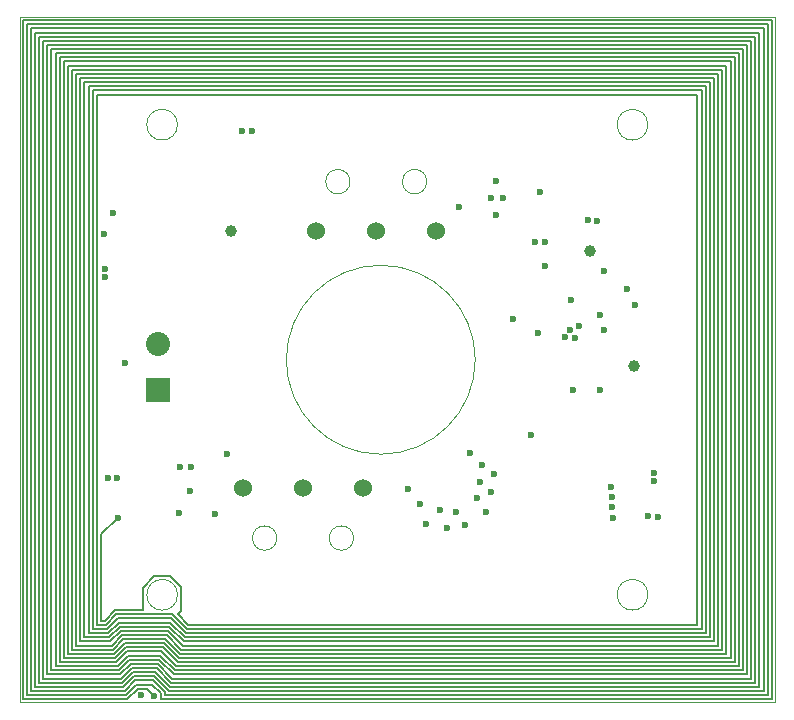
<source format=gbr>
%TF.GenerationSoftware,KiCad,Pcbnew,(5.1.5)-3*%
%TF.CreationDate,2020-08-29T16:52:29-07:00*%
%TF.ProjectId,ypanel,7970616e-656c-42e6-9b69-6361645f7063,rev?*%
%TF.SameCoordinates,Original*%
%TF.FileFunction,Copper,L4,Inr*%
%TF.FilePolarity,Positive*%
%FSLAX46Y46*%
G04 Gerber Fmt 4.6, Leading zero omitted, Abs format (unit mm)*
G04 Created by KiCad (PCBNEW (5.1.5)-3) date 2020-08-29 16:52:29*
%MOMM*%
%LPD*%
G04 APERTURE LIST*
%ADD10C,0.100000*%
%ADD11C,0.050000*%
%ADD12C,2.032000*%
%ADD13R,2.032000X2.032000*%
%ADD14C,1.000000*%
%ADD15C,1.524000*%
%ADD16C,0.600000*%
%ADD17C,0.190000*%
G04 APERTURE END LIST*
D10*
X151587000Y-99000001D02*
G75*
G03X151587000Y-99000001I-8000000J0D01*
G01*
X134779564Y-114100000D02*
G75*
G03X134779564Y-114100000I-1029564J0D01*
G01*
X141279564Y-114100000D02*
G75*
G03X141279564Y-114100000I-1029564J0D01*
G01*
X126375000Y-118900000D02*
G75*
G03X126375000Y-118900000I-1300000J0D01*
G01*
X140979564Y-83920436D02*
G75*
G03X140979564Y-83920436I-1029564J0D01*
G01*
X147479564Y-83920436D02*
G75*
G03X147479564Y-83920436I-1029564J0D01*
G01*
X176975000Y-70000000D02*
X176975000Y-128000000D01*
X166200000Y-118900000D02*
G75*
G03X166200000Y-118900000I-1300000J0D01*
G01*
D11*
X126372800Y-79100000D02*
G75*
G03X126372800Y-79100000I-1300000J0D01*
G01*
D10*
X166195000Y-79102480D02*
G75*
G03X166195000Y-79102480I-1300000J0D01*
G01*
X176975000Y-70000000D02*
X113000000Y-70000000D01*
X113000000Y-128000000D02*
X176975000Y-128000000D01*
X113000000Y-70000000D02*
X113000000Y-128000000D01*
D12*
X124764800Y-97691060D03*
D13*
X124764800Y-101546660D03*
D14*
X161267720Y-89773460D03*
X130873500Y-88138000D03*
X165036500Y-99568000D03*
D15*
X142080000Y-109900000D03*
X137000000Y-109900000D03*
X131920000Y-109900000D03*
X148300000Y-88100000D03*
X143200000Y-88100000D03*
X138100000Y-88100000D03*
D16*
X150197820Y-86072980D03*
X159634500Y-96507000D03*
X160350000Y-96150000D03*
X159200000Y-97050000D03*
X160050000Y-97150000D03*
X163220400Y-112369600D03*
X165100000Y-94350000D03*
X121900000Y-99250000D03*
X130558000Y-106991000D03*
X131800000Y-79600000D03*
X132650000Y-79600000D03*
X120200000Y-91300000D03*
X120200000Y-92000000D03*
X120500000Y-109000000D03*
X121250000Y-109000000D03*
X152146000Y-107950000D03*
X145923000Y-109982000D03*
X146939000Y-111252000D03*
X149987000Y-111887000D03*
X150749000Y-113030000D03*
X151765000Y-110744000D03*
X152527000Y-111887000D03*
X152019000Y-109347000D03*
X148590000Y-111760000D03*
X151130000Y-106934000D03*
X149225000Y-113284000D03*
X147447000Y-112903000D03*
X152908000Y-110236000D03*
X153162000Y-108712000D03*
X126492000Y-112014000D03*
X127532575Y-108101584D03*
X162149946Y-95220946D03*
X159829500Y-101536494D03*
X157483120Y-91084100D03*
X163200000Y-111500000D03*
X156301440Y-105384600D03*
X126600000Y-108077020D03*
X157050000Y-84800000D03*
X156876844Y-96740660D03*
X162450000Y-91500000D03*
X154750000Y-95550000D03*
X163200000Y-110650000D03*
X129550000Y-112050000D03*
X127400000Y-110150000D03*
X163100000Y-109750000D03*
X166200000Y-112250000D03*
X153340597Y-83865157D03*
X161100000Y-87150000D03*
X166700000Y-109300000D03*
X166700000Y-108550000D03*
X161870307Y-87229693D03*
X167100000Y-112300000D03*
X153339000Y-86767200D03*
X124400000Y-127450000D03*
X123250000Y-127400000D03*
X121300000Y-112395000D03*
X120142000Y-88392000D03*
X120950000Y-86550000D03*
X152894500Y-85332100D03*
X153897800Y-85332100D03*
X162115500Y-101600000D03*
X162496500Y-96520000D03*
X159670844Y-93971156D03*
X164401500Y-93027500D03*
X156641703Y-89002155D03*
X157504833Y-89002155D03*
D17*
X121450000Y-72000000D02*
X121500000Y-72000000D01*
X129550000Y-73050000D02*
X129650000Y-73050000D01*
X120650000Y-72700000D02*
X120800000Y-72700000D01*
X119450000Y-73400000D02*
X120100000Y-73400000D01*
X129200000Y-72700000D02*
X129350000Y-72700000D01*
X129350000Y-72700000D02*
X120650000Y-72700000D01*
X119900000Y-113795000D02*
X121300000Y-112395000D01*
X119900000Y-121100000D02*
X119900000Y-113795000D01*
X123800000Y-126850000D02*
X124400000Y-127450000D01*
X123000000Y-126850000D02*
X123800000Y-126850000D01*
X122122010Y-127727990D02*
X123000000Y-126850000D01*
X113272010Y-127727990D02*
X122122010Y-127727990D01*
X113272010Y-70272010D02*
X113272010Y-127727990D01*
X176700000Y-70272010D02*
X113272010Y-70272010D01*
X176702990Y-127697010D02*
X176702990Y-126802990D01*
X122900000Y-126500000D02*
X124200000Y-126500000D01*
X124950000Y-127250000D02*
X124950000Y-127727990D01*
X122000000Y-127400000D02*
X122900000Y-126500000D01*
X113600000Y-127400000D02*
X122000000Y-127400000D01*
X176350000Y-70600000D02*
X113600000Y-70600000D01*
X114650000Y-71650000D02*
X114650000Y-126350000D01*
X176350000Y-127400000D02*
X176350000Y-70600000D01*
X125300000Y-127400000D02*
X176350000Y-127400000D01*
X124300000Y-126150000D02*
X125300000Y-127150000D01*
X122800000Y-126150000D02*
X124300000Y-126150000D01*
X176702990Y-126802990D02*
X176700000Y-126800000D01*
X113950000Y-127050000D02*
X121900000Y-127050000D01*
X113600000Y-70600000D02*
X113600000Y-127400000D01*
X113950000Y-70950000D02*
X113950000Y-127050000D01*
X125650000Y-127050000D02*
X176000000Y-127050000D01*
X124200000Y-126500000D02*
X124950000Y-127250000D01*
X125750000Y-126700000D02*
X175650000Y-126700000D01*
X114300000Y-71300000D02*
X114300000Y-126700000D01*
X175650000Y-71300000D02*
X114300000Y-71300000D01*
X121600000Y-126000000D02*
X122500000Y-125100000D01*
X175650000Y-126700000D02*
X175650000Y-71300000D01*
X175300000Y-71650000D02*
X114650000Y-71650000D01*
X124400000Y-125800000D02*
X125650000Y-127050000D01*
X176000000Y-127050000D02*
X176000000Y-70950000D01*
X176652990Y-127697010D02*
X176702990Y-127697010D01*
X121900000Y-127050000D02*
X122800000Y-126150000D01*
X125300000Y-127150000D02*
X125300000Y-127400000D01*
X121450000Y-72000000D02*
X115000000Y-72000000D01*
X124500000Y-125450000D02*
X125750000Y-126700000D01*
X124950000Y-127727990D02*
X176622010Y-127727990D01*
X122700000Y-125800000D02*
X124400000Y-125800000D01*
X122600000Y-125450000D02*
X124500000Y-125450000D01*
X121700000Y-126350000D02*
X122600000Y-125450000D01*
X114300000Y-126700000D02*
X121800000Y-126700000D01*
X124600000Y-125100000D02*
X125850000Y-126350000D01*
X176000000Y-70950000D02*
X113950000Y-70950000D01*
X176700000Y-126800000D02*
X176700000Y-70272010D01*
X114650000Y-126350000D02*
X121700000Y-126350000D01*
X175300000Y-126350000D02*
X175300000Y-71650000D01*
X176622010Y-127727990D02*
X176652990Y-127697010D01*
X122500000Y-125100000D02*
X124600000Y-125100000D01*
X121800000Y-126700000D02*
X122700000Y-125800000D01*
X115000000Y-126000000D02*
X121600000Y-126000000D01*
X115000000Y-72000000D02*
X115000000Y-126000000D01*
X125850000Y-126350000D02*
X175300000Y-126350000D01*
X174950000Y-72000000D02*
X121450000Y-72000000D01*
X125950000Y-126000000D02*
X174950000Y-126000000D01*
X124700000Y-124750000D02*
X125950000Y-126000000D01*
X122400000Y-124750000D02*
X124700000Y-124750000D01*
X126050000Y-125650000D02*
X174600000Y-125650000D01*
X115350000Y-72350000D02*
X115350000Y-125650000D01*
X174600000Y-72350000D02*
X115350000Y-72350000D01*
X174950000Y-126000000D02*
X174950000Y-72000000D01*
X124800000Y-124400000D02*
X126050000Y-125650000D01*
X115350000Y-125650000D02*
X121500000Y-125650000D01*
X121500000Y-125650000D02*
X122400000Y-124750000D01*
X174600000Y-125650000D02*
X174600000Y-72350000D01*
X121400000Y-125300000D02*
X122300000Y-124400000D01*
X120650000Y-72700000D02*
X115700000Y-72700000D01*
X115700000Y-125300000D02*
X121400000Y-125300000D01*
X115700000Y-72700000D02*
X115700000Y-125300000D01*
X122300000Y-124400000D02*
X124800000Y-124400000D01*
X120450000Y-73050000D02*
X129650000Y-73050000D01*
X116050000Y-124950000D02*
X116050000Y-73050000D01*
X121300000Y-124950000D02*
X116050000Y-124950000D01*
X122200000Y-124050000D02*
X121300000Y-124950000D01*
X124900000Y-124050000D02*
X122200000Y-124050000D01*
X126150000Y-125300000D02*
X124900000Y-124050000D01*
X116050000Y-73050000D02*
X120450000Y-73050000D01*
X129350000Y-72700000D02*
X174250000Y-72700000D01*
X174250000Y-125300000D02*
X126150000Y-125300000D01*
X174250000Y-72700000D02*
X174250000Y-125300000D01*
X116400000Y-124600000D02*
X116400000Y-73400000D01*
X122100000Y-123700000D02*
X121200000Y-124600000D01*
X125000000Y-123700000D02*
X122100000Y-123700000D01*
X173900000Y-124950000D02*
X126250000Y-124950000D01*
X126250000Y-124950000D02*
X125000000Y-123700000D01*
X116400000Y-73400000D02*
X119450000Y-73400000D01*
X173900000Y-73050000D02*
X173900000Y-124950000D01*
X121200000Y-124600000D02*
X116400000Y-124600000D01*
X129650000Y-73050000D02*
X173900000Y-73050000D01*
X173550000Y-124600000D02*
X173550000Y-73400000D01*
X116750000Y-124250000D02*
X121100000Y-124250000D01*
X121100000Y-124250000D02*
X122000000Y-123350000D01*
X116750000Y-73750000D02*
X116750000Y-124250000D01*
X173200000Y-73750000D02*
X116750000Y-73750000D01*
X173200000Y-124250000D02*
X173200000Y-73750000D01*
X125250000Y-123000000D02*
X126500000Y-124250000D01*
X121000000Y-123900000D02*
X121900000Y-123000000D01*
X117100000Y-74100000D02*
X117100000Y-123900000D01*
X126600000Y-123900000D02*
X172850000Y-123900000D01*
X125350000Y-122650000D02*
X126600000Y-123900000D01*
X117450000Y-123550000D02*
X120900000Y-123550000D01*
X172500000Y-74450000D02*
X117450000Y-74450000D01*
X172500000Y-123550000D02*
X172500000Y-74450000D01*
X126500000Y-124250000D02*
X173200000Y-124250000D01*
X126700000Y-123550000D02*
X172500000Y-123550000D01*
X121700000Y-122300000D02*
X125450000Y-122300000D01*
X120800000Y-123200000D02*
X121700000Y-122300000D01*
X122000000Y-123350000D02*
X125150000Y-123350000D01*
X126800000Y-123200000D02*
X172150000Y-123200000D01*
X117800000Y-123200000D02*
X120800000Y-123200000D01*
X125550000Y-121950000D02*
X126800000Y-123200000D01*
X121600000Y-121950000D02*
X125550000Y-121950000D01*
X118150000Y-122850000D02*
X120700000Y-122850000D01*
X120900000Y-123550000D02*
X121800000Y-122650000D01*
X127000000Y-122500000D02*
X171450000Y-122500000D01*
X118150000Y-75150000D02*
X118150000Y-122850000D01*
X126400000Y-124600000D02*
X173550000Y-124600000D01*
X171100000Y-75850000D02*
X118850000Y-75850000D01*
X171800000Y-75150000D02*
X118150000Y-75150000D01*
X171800000Y-122850000D02*
X171800000Y-75150000D01*
X118500000Y-122500000D02*
X120600000Y-122500000D01*
X120500000Y-122150000D02*
X121400000Y-121250000D01*
X125750000Y-121250000D02*
X127000000Y-122500000D01*
X117450000Y-74450000D02*
X117450000Y-123550000D01*
X121400000Y-121250000D02*
X125750000Y-121250000D01*
X119550000Y-76550000D02*
X119550000Y-121450000D01*
X126400000Y-120550000D02*
X127300000Y-121450000D01*
X171100000Y-122150000D02*
X171100000Y-75850000D01*
X119200000Y-76200000D02*
X119200000Y-121800000D01*
X119550000Y-121450000D02*
X120300000Y-121450000D01*
X170400000Y-121450000D02*
X170400000Y-76550000D01*
X170750000Y-121800000D02*
X170750000Y-76200000D01*
X118850000Y-122150000D02*
X120500000Y-122150000D01*
X171450000Y-122500000D02*
X171450000Y-75500000D01*
X121800000Y-122650000D02*
X125350000Y-122650000D01*
X118500000Y-75500000D02*
X118500000Y-122500000D01*
X121500000Y-121600000D02*
X125650000Y-121600000D01*
X127300000Y-121450000D02*
X170400000Y-121450000D01*
X118850000Y-75850000D02*
X118850000Y-122150000D01*
X172850000Y-74100000D02*
X117100000Y-74100000D01*
X172150000Y-74800000D02*
X117800000Y-74800000D01*
X125450000Y-122300000D02*
X126700000Y-123550000D01*
X127100000Y-122150000D02*
X171100000Y-122150000D01*
X121900000Y-123000000D02*
X125250000Y-123000000D01*
X125650000Y-121600000D02*
X126900000Y-122850000D01*
X117800000Y-74800000D02*
X117800000Y-123200000D01*
X172150000Y-123200000D02*
X172150000Y-74800000D01*
X121300000Y-120900000D02*
X125850000Y-120900000D01*
X117100000Y-123900000D02*
X121000000Y-123900000D01*
X120400000Y-121800000D02*
X121300000Y-120900000D01*
X119200000Y-121800000D02*
X120400000Y-121800000D01*
X120700000Y-122850000D02*
X121600000Y-121950000D01*
X125850000Y-120900000D02*
X127100000Y-122150000D01*
X170750000Y-76200000D02*
X119200000Y-76200000D01*
X120600000Y-122500000D02*
X121500000Y-121600000D01*
X127200000Y-121800000D02*
X170750000Y-121800000D01*
X121200000Y-120550000D02*
X125950000Y-120550000D01*
X172850000Y-123900000D02*
X172850000Y-74100000D01*
X120300000Y-121450000D02*
X121200000Y-120550000D01*
X170400000Y-76550000D02*
X119550000Y-76550000D01*
X173550000Y-73400000D02*
X119450000Y-73400000D01*
X126900000Y-122850000D02*
X171800000Y-122850000D01*
X171450000Y-75500000D02*
X118500000Y-75500000D01*
X125150000Y-123350000D02*
X126400000Y-124600000D01*
X125950000Y-120550000D02*
X127200000Y-121800000D01*
X119900000Y-121100000D02*
X120200000Y-121100000D01*
X120200000Y-121100000D02*
X121100000Y-120200000D01*
X121100000Y-120200000D02*
X123450000Y-120200000D01*
X126651965Y-120298035D02*
X126400000Y-120550000D01*
X126651965Y-118247543D02*
X126651965Y-120298035D01*
X125728585Y-117324163D02*
X126651965Y-118247543D01*
X124423227Y-117324163D02*
X125728585Y-117324163D01*
X123450000Y-118297390D02*
X124423227Y-117324163D01*
X123450000Y-120200000D02*
X123450000Y-118297390D01*
M02*

</source>
